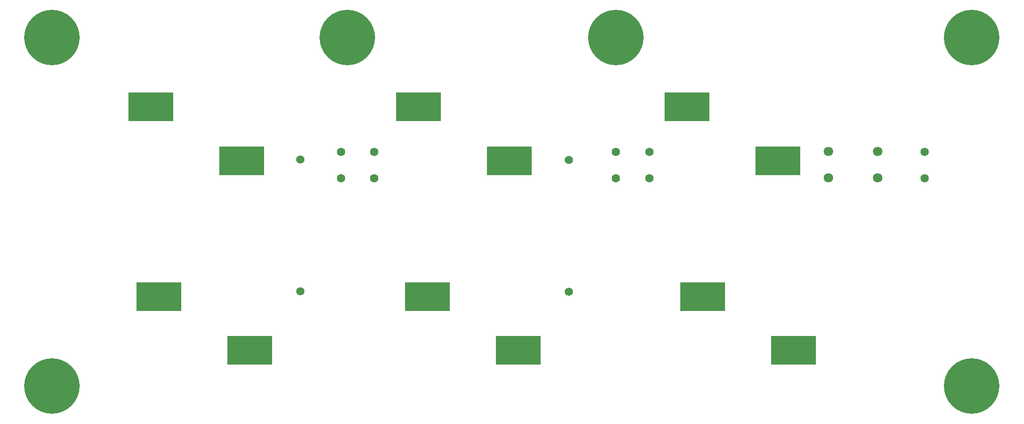
<source format=gbr>
%TF.GenerationSoftware,KiCad,Pcbnew,7.0.7*%
%TF.CreationDate,2023-10-16T15:11:45+02:00*%
%TF.ProjectId,GradientAmplifierFilter_V3,47726164-6965-46e7-9441-6d706c696669,rev?*%
%TF.SameCoordinates,Original*%
%TF.FileFunction,Soldermask,Top*%
%TF.FilePolarity,Negative*%
%FSLAX46Y46*%
G04 Gerber Fmt 4.6, Leading zero omitted, Abs format (unit mm)*
G04 Created by KiCad (PCBNEW 7.0.7) date 2023-10-16 15:11:45*
%MOMM*%
%LPD*%
G01*
G04 APERTURE LIST*
%ADD10C,1.600000*%
%ADD11C,1.800000*%
%ADD12C,1.575000*%
%ADD13C,10.500000*%
%ADD14R,8.500000X5.500000*%
G04 APERTURE END LIST*
D10*
%TO.C,C3*%
X100360000Y-80050000D03*
X100360000Y-85050000D03*
%TD*%
D11*
%TO.C,C8*%
X192610000Y-80010000D03*
X192610000Y-85010000D03*
%TD*%
D12*
%TO.C,C1*%
X92710000Y-81480000D03*
X92710000Y-106480000D03*
%TD*%
D10*
%TO.C,C2*%
X106680000Y-80050000D03*
X106680000Y-85050000D03*
%TD*%
D13*
%TO.C,H5*%
X219710000Y-58420000D03*
%TD*%
D10*
%TO.C,C9*%
X210820000Y-80050000D03*
X210820000Y-85050000D03*
%TD*%
D14*
%TO.C,L2*%
X83060000Y-117680000D03*
X65910000Y-107480000D03*
%TD*%
D10*
%TO.C,C5*%
X158750000Y-80050000D03*
X158750000Y-85050000D03*
%TD*%
D14*
%TO.C,L5*%
X165860000Y-71550000D03*
X183010000Y-81750000D03*
%TD*%
D10*
%TO.C,C6*%
X152400000Y-80050000D03*
X152400000Y-85050000D03*
%TD*%
D14*
%TO.C,L6*%
X185930000Y-117680000D03*
X168780000Y-107480000D03*
%TD*%
%TO.C,L3*%
X115060000Y-71550000D03*
X132210000Y-81750000D03*
%TD*%
D13*
%TO.C,H6*%
X219710000Y-124460000D03*
%TD*%
D11*
%TO.C,C7*%
X201930000Y-80010000D03*
X201930000Y-85010000D03*
%TD*%
D12*
%TO.C,C4*%
X143510000Y-81575000D03*
X143510000Y-106575000D03*
%TD*%
D13*
%TO.C,H4*%
X152400000Y-58420000D03*
%TD*%
D14*
%TO.C,L4*%
X133860000Y-117680000D03*
X116710000Y-107480000D03*
%TD*%
D13*
%TO.C,H1*%
X45720000Y-58420000D03*
%TD*%
%TO.C,H2*%
X45720000Y-124460000D03*
%TD*%
%TO.C,H3*%
X101600000Y-58420000D03*
%TD*%
D14*
%TO.C,L1*%
X64390000Y-71550000D03*
X81540000Y-81750000D03*
%TD*%
M02*

</source>
